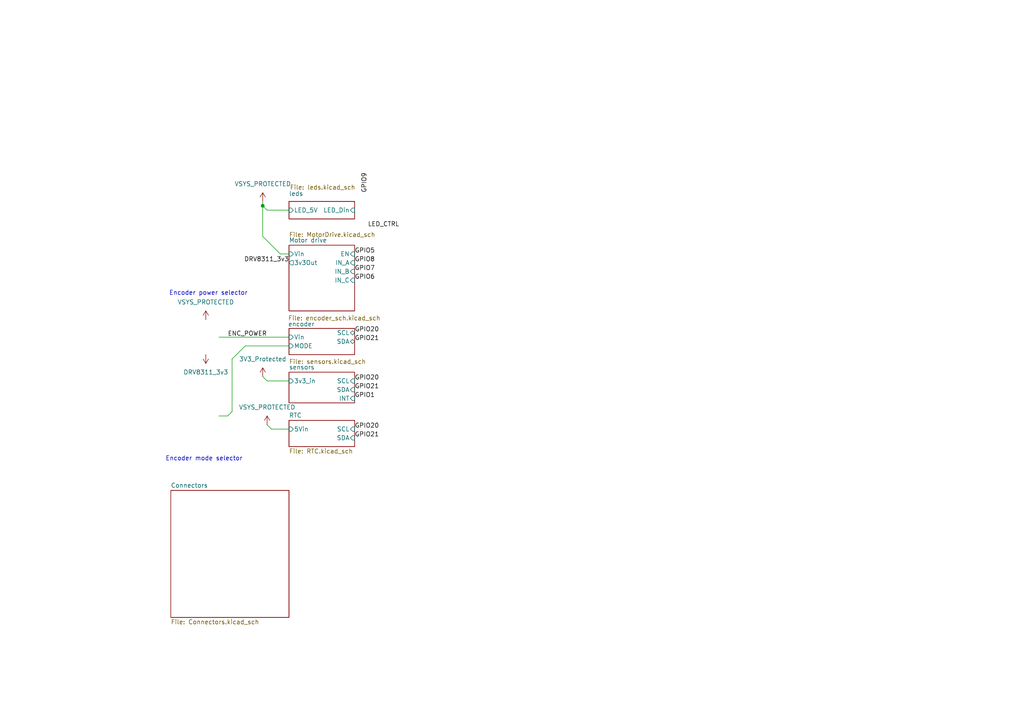
<source format=kicad_sch>
(kicad_sch (version 20250114) (generator "eeschema") (generator_version "9.0")
  (paper "A4")
  (title_block (title "QNOB") (date "2025-04-17") (rev "0.5") (company "12M Design") (comment 1 "Alper Basaran"))
  (lib_symbols
    (symbol "power:VDD" (power) (pin_numbers (hide yes)) (pin_names (offset 0) (hide yes))
      (property "Value" "VDD" (at 0 3.556 0))
      (symbol "VDD_0_1"
        (polyline (pts (xy -0.762 1.27) (xy 0 2.54)))
        (polyline (pts (xy 0 2.54) (xy 0.762 1.27)))
        (polyline (pts (xy 0 0) (xy 0 2.54)))
      )
      (symbol "VDD_1_1"
        (pin power_in line (at 0 0 90) (length 0) (name "~") (number "1"))
      )
    )
  )
  (text "Encoder power selector" (at 60.452 85.09 0) (effects (font (size 1.27 1.27))))
  (text "Encoder mode selector" (at 59.182 133.096 0) (effects (font (size 1.27 1.27))))
  (junction (at 76.2 59.69))
  (wire (pts (xy 67.31 119.38) (xy 66.04 120.65)))
  (wire (pts (xy 77.47 60.96) (xy 76.2 59.69)))
  (wire (pts (xy 81.28 73.66) (xy 76.2 68.58)))
  (wire (pts (xy 63.5 120.65) (xy 66.04 120.65)))
  (wire (pts (xy 78.74 124.46) (xy 77.47 123.19)))
  (wire (pts (xy 63.5 97.79) (xy 83.82 97.79)))
  (wire (pts (xy 83.82 124.46) (xy 78.74 124.46)))
  (wire (pts (xy 76.2 58.42) (xy 76.2 59.69)))
  (wire (pts (xy 77.47 110.49) (xy 83.82 110.49)))
  (wire (pts (xy 77.47 110.49) (xy 76.2 109.22)))
  (wire (pts (xy 83.82 60.96) (xy 77.47 60.96)))
  (wire (pts (xy 76.2 59.69) (xy 76.2 68.58)))
  (wire (pts (xy 71.12 100.33) (xy 83.82 100.33)))
  (wire (pts (xy 83.82 73.66) (xy 81.28 73.66)))
  (wire (pts (xy 67.31 104.14) (xy 71.12 100.33)))
  (wire (pts (xy 67.31 104.14) (xy 67.31 119.38)))
  (label "GPIO21" (at 102.87 113.03 0))
  (label "GPIO6" (at 102.87 81.28 0))
  (label "GPIO1" (at 102.87 115.57 0))
  (label "GPIO8" (at 102.87 76.2 0))
  (label "GPIO21" (at 102.87 99.06 0))
  (label "GPIO20" (at 102.87 96.52 0))
  (label "GPIO21" (at 102.87 127 0))
  (label "GPIO9" (at 106.68 55.88 90))
  (label "GPIO7" (at 102.87 78.74 0))
  (label "LED_CTRL" (at 106.68 66.04 0))
  (label "DRV8311_3v3" (at 83.82 76.2 180))
  (label "ENC_POWER" (at 66.04 97.79 0))
  (label "GPIO5" (at 102.87 73.66 0))
  (label "GPIO20" (at 102.87 124.46 0))
  (label "GPIO20" (at 102.87 110.49 0))
  (symbol (lib_id "power:VDD") (at 77.47 123.19 0) (unit 1)
    (property "Reference" "#PWR05" (effects (hide yes)))
    (property "Value" "VSYS_PROTECTED" (at 77.47 118.11 0))
    (property "Description" "Power symbol creates a global label with name \"VDD\"" (effects (hide yes)))
  )
  (symbol (lib_id "power:VDD") (at 59.69 102.87 180) (unit 1)
    (property "Reference" "#PWR02" (effects (hide yes)))
    (property "Value" "DRV8311_3v3" (at 59.69 107.95 0))
    (property "Description" "Power symbol creates a global label with name \"VDD\"" (effects (hide yes)))
  )
  (symbol (lib_id "power:VDD") (at 76.2 58.42 0) (unit 1)
    (property "Reference" "#PWR03" (effects (hide yes)))
    (property "Value" "VSYS_PROTECTED" (at 76.2 53.34 0))
    (property "Description" "Power symbol creates a global label with name \"VDD\"" (effects (hide yes)))
  )
  (symbol (lib_id "power:VDD") (at 59.69 92.71 0) (unit 1)
    (property "Reference" "#PWR01" (effects (hide yes)))
    (property "Value" "VSYS_PROTECTED" (at 59.69 87.63 0))
    (property "Description" "Power symbol creates a global label with name \"VDD\"" (effects (hide yes)))
  )
  (symbol (lib_id "power:VDD") (at 76.2 109.22 0) (unit 1)
    (property "Reference" "#PWR04" (effects (hide yes)))
    (property "Value" "3V3_Protected" (at 76.2 104.14 0))
    (property "Description" "Power symbol creates a global label with name \"VDD\"" (effects (hide yes)))
  )
  (sheet (at 83.82 71.12) (size 19.05 19.05) (stroke (width 0.1524))
    (property "Sheetname" "Motor drive" (at 83.82 70.4084 0) (effects (justify left bottom)))
    (property "Sheetfile" "MotorDrive.kicad_sch" (at 83.82 67.31 0) (effects (justify left top)))
    (pin "IN_A" input (at 102.87 76.2 0))
    (pin "IN_B" input (at 102.87 78.74 0))
    (pin "EN" input (at 102.87 73.66 0))
    (pin "Vin" input (at 83.82 73.66 180))
    (pin "IN_C" input (at 102.87 81.28 0))
    (pin "3v3Out" output (at 83.82 76.2 180))
  )
  (sheet (at 83.82 107.95) (size 19.05 8.89) (stroke (width 0.1524))
    (property "Sheetname" "sensors" (at 83.82 107.2384 0) (effects (justify left bottom)))
    (property "Sheetfile" "sensors.kicad_sch" (at 83.82 104.14 0) (effects (justify left top)))
    (pin "3v3_in" input (at 83.82 110.49 180))
    (pin "SCL" input (at 102.87 110.49 0))
    (pin "SDA" input (at 102.87 113.03 0))
    (pin "INT" input (at 102.87 115.57 0))
  )
  (sheet (at 83.82 95.25) (size 19.05 7.62) (stroke (width 0.1524))
    (property "Sheetname" "encoder" (at 83.566 94.742 0) (effects (justify left bottom)))
    (property "Sheetfile" "encoder_sch.kicad_sch" (at 83.566 91.5166 0) (effects (justify left top)))
    (pin "SDA" bidirectional (at 102.87 99.06 0))
    (pin "SCL" bidirectional (at 102.87 96.52 0))
    (pin "Vin" input (at 83.82 97.79 180))
    (pin "MODE" input (at 83.82 100.33 180))
  )
  (sheet (at 83.82 121.92) (size 19.05 7.62) (stroke (width 0.1524))
    (property "Sheetname" "RTC" (at 83.82 121.2084 0) (effects (justify left bottom)))
    (property "Sheetfile" "RTC.kicad_sch" (at 83.82 130.1246 0) (effects (justify left top)))
    (pin "5Vin" input (at 83.82 124.46 180))
    (pin "SCL" input (at 102.87 124.46 0))
    (pin "SDA" input (at 102.87 127 0))
  )
  (sheet (at 83.82 58.42) (size 19.05 5.08) (stroke (width 0.1524))
    (property "Sheetname" "leds" (at 83.82 56.896 0) (effects (justify left bottom)))
    (property "Sheetfile" "leds.kicad_sch" (at 84.074 53.594 0) (effects (justify left top)))
    (pin "LED_5V" input (at 83.82 60.96 180))
    (pin "LED_Din" input (at 102.87 60.96 0))
  )
  (sheet (at 49.53 142.24) (size 34.29 36.83) (stroke (width 0.1524))
    (property "Sheetname" "Connectors" (at 49.53 141.5284 0) (effects (justify left bottom)))
    (property "Sheetfile" "Connectors.kicad_sch" (at 49.53 179.6546 0) (effects (justify left top)))
  )
)
</source>
